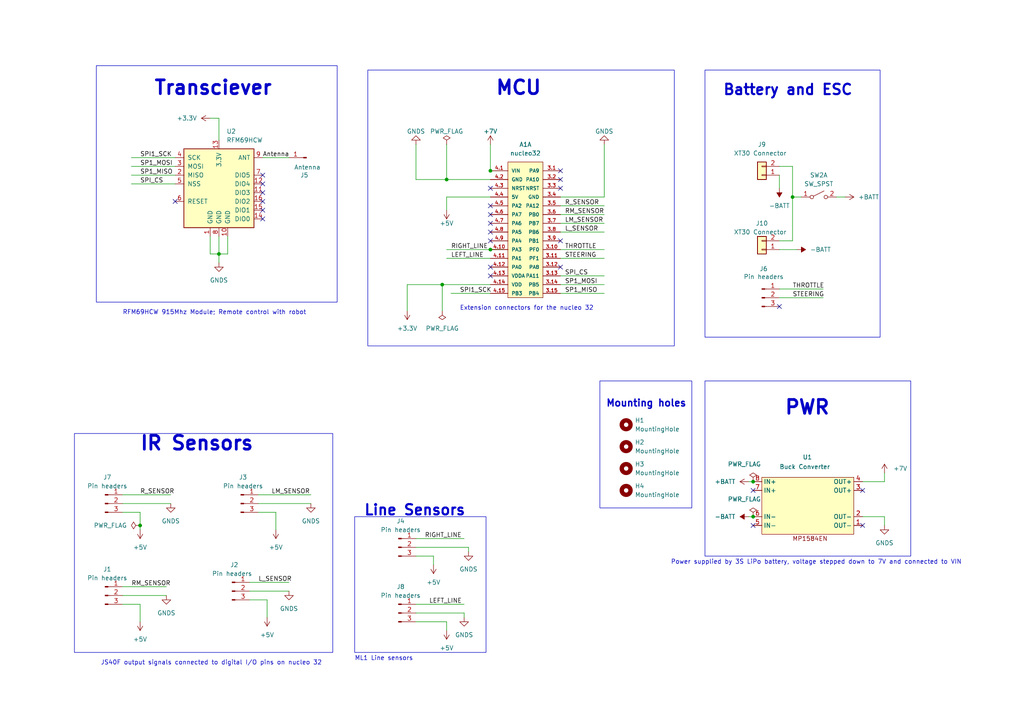
<source format=kicad_sch>
(kicad_sch (version 20231120) (generator "eeschema") (generator_version "8.0")
  (paper "A4")
  (title_block (title "Sumo Robot Controller ") (date "2024-07-04") (rev "2"))
  (lib_symbols
    (symbol "0_sumo_power:+5V" (power) (pin_names (offset 0))
      (property "Value" "+5V" (at 0 3.556 0))
      (symbol "+5V_0_1"
        (polyline (pts (xy -0.762 1.27) (xy 0 2.54)))
        (polyline (pts (xy 0 0) (xy 0 2.54)))
        (polyline (pts (xy 0 2.54) (xy 0.762 1.27)))
      )
      (symbol "+5V_1_1"
        (pin power_in line (at 0 0 90) (length 0) hide (name "+5V") (number "1"))
      )
    )
    (symbol "0_sumo_power:+7V" (power) (pin_names (offset 0))
      (property "Value" "+7V" (at 0 3.556 0))
      (symbol "+7V_0_1"
        (polyline (pts (xy -0.762 1.27) (xy 0 2.54)))
        (polyline (pts (xy 0 0) (xy 0 2.54)))
        (polyline (pts (xy 0 2.54) (xy 0.762 1.27)))
      )
      (symbol "+7V_1_1"
        (pin power_in line (at 0 0 90) (length 0) hide (name "+6V") (number "1"))
      )
    )
    (symbol "0_sumo_power:GNDS" (power) (pin_names (offset 0))
      (property "Value" "GNDS" (at 0 -3.81 0))
      (symbol "GNDS_0_1"
        (polyline (pts (xy 0 0) (xy 0 -1.27) (xy 1.27 -1.27) (xy 0 -2.54) (xy -1.27 -1.27) (xy 0 -1.27)))
      )
      (symbol "GNDS_1_1"
        (pin power_in line (at 0 0 270) (length 0) hide (name "GNDS") (number "1"))
      )
    )
    (symbol "0_sumo_power:PWR_FLAG" (power) (pin_numbers hide) (pin_names (offset 0) hide)
      (property "Value" "PWR_FLAG" (at 0 3.81 0))
      (symbol "PWR_FLAG_0_0"
        (pin power_out line (at 0 0 90) (length 0) (name "pwr") (number "1"))
      )
      (symbol "PWR_FLAG_0_1"
        (polyline (pts (xy 0 0) (xy 0 1.27) (xy -1.016 1.905) (xy 0 2.54) (xy 1.016 1.905) (xy 0 1.27)))
      )
    )
    (symbol "Connector:Conn_01x01_Pin" (pin_names (offset 1.016) hide)
      (property "Reference" "J" (at 0 2.54 0))
      (property "Value" "Conn_01x01_Pin" (at 0 -2.54 0))
      (symbol "Conn_01x01_Pin_1_1"
        (polyline (pts (xy 1.27 0) (xy 0.8636 0)) (stroke (width 0.1524)))
        (rectangle (start 0.8636 0.127) (end 0 -0.127) (stroke (width 0.1524)) (fill (type outline)))
        (pin passive line (at 5.08 0 180) (length 3.81) (name "Pin_1") (number "1"))
      )
    )
    (symbol "Connector:Conn_01x03_Pin" (pin_names (offset 1.016) hide)
      (property "Reference" "J" (at 0 5.08 0))
      (property "Value" "Conn_01x03_Pin" (at 0 -5.08 0))
      (symbol "Conn_01x03_Pin_1_1"
        (polyline (pts (xy 1.27 -2.54) (xy 0.8636 -2.54)) (stroke (width 0.1524)))
        (polyline (pts (xy 1.27 0) (xy 0.8636 0)) (stroke (width 0.1524)))
        (polyline (pts (xy 1.27 2.54) (xy 0.8636 2.54)) (stroke (width 0.1524)))
        (rectangle (start 0.8636 -2.413) (end 0 -2.667) (stroke (width 0.1524)) (fill (type outline)))
        (rectangle (start 0.8636 0.127) (end 0 -0.127) (stroke (width 0.1524)) (fill (type outline)))
        (rectangle (start 0.8636 2.667) (end 0 2.413) (stroke (width 0.1524)) (fill (type outline)))
        (pin passive line (at 5.08 2.54 180) (length 3.81) (name "Pin_1") (number "1"))
        (pin passive line (at 5.08 0 180) (length 3.81) (name "Pin_2") (number "2"))
        (pin passive line (at 5.08 -2.54 180) (length 3.81) (name "Pin_3") (number "3"))
      )
    )
    (symbol "Connector_Generic:Conn_01x02" (pin_names (offset 1.016) hide)
      (property "Reference" "J" (at 0 2.54 0))
      (property "Value" "Conn_01x02" (at 0 -5.08 0))
      (symbol "Conn_01x02_1_1"
        (rectangle (start -1.27 -2.413) (end 0 -2.667) (stroke (width 0.1524)))
        (rectangle (start -1.27 0.127) (end 0 -0.127) (stroke (width 0.1524)))
        (rectangle (start -1.27 1.27) (end 1.27 -3.81) (stroke (width 0.254)) (fill (type background)))
        (pin passive line (at -5.08 0 0) (length 3.81) (name "Pin_1") (number "1"))
        (pin passive line (at -5.08 -2.54 0) (length 3.81) (name "Pin_2") (number "2"))
      )
    )
    (symbol "Mechanical:MountingHole" (pin_names (offset 1.016)) (exclude_from_sim yes) (in_bom no)
      (property "Reference" "H" (at 0 5.08 0))
      (property "Value" "MountingHole" (at 0 3.175 0))
      (symbol "MountingHole_0_1"
        (circle (center 0 0) (radius 1.27) (stroke (width 1.27)))
      )
    )
    (symbol "NUCLEO-F031K6:nucleo32" (pin_names (offset 1.016))
      (property "Reference" "A" (at -0.635 17.145 0))
      (property "Value" "nucleo32" (at -5.715 -22.86 0))
      (symbol "nucleo32_1_0"
        (rectangle (start -5.08 19.05) (end 5.08 -20.32) (stroke (width 0.1524)) (fill (type background)))
        (pin bidirectional line (at 10.16 16.51 180) (length 5.08) (name "PA9") (number "3.1"))
        (pin bidirectional line (at 10.16 -6.35 180) (length 5.08) (name "PF0") (number "3.10"))
        (pin bidirectional line (at 10.16 -8.89 180) (length 5.08) (name "PF1") (number "3.11"))
        (pin bidirectional line (at 10.16 -11.43 180) (length 5.08) (name "PA8") (number "3.12"))
        (pin bidirectional line (at 10.16 -13.97 180) (length 5.08) (name "PA11") (number "3.13"))
        (pin bidirectional line (at 10.16 -16.51 180) (length 5.08) (name "PB5") (number "3.14"))
        (pin bidirectional line (at 10.16 -19.05 180) (length 5.08) (name "PB4") (number "3.15"))
        (pin bidirectional line (at 10.16 13.97 180) (length 5.08) (name "PA10") (number "3.2"))
        (pin bidirectional line (at 10.16 11.43 180) (length 5.08) (name "NRST") (number "3.3"))
        (pin bidirectional line (at 10.16 8.89 180) (length 5.08) (name "GND") (number "3.4"))
        (pin bidirectional line (at 10.16 6.35 180) (length 5.08) (name "PA12") (number "3.5"))
        (pin bidirectional line (at 10.16 3.81 180) (length 5.08) (name "PB0") (number "3.6"))
        (pin bidirectional line (at 10.16 1.27 180) (length 5.08) (name "PB7") (number "3.7"))
        (pin bidirectional line (at 10.16 -1.27 180) (length 5.08) (name "PB6") (number "3.8"))
        (pin bidirectional line (at 10.16 -3.81 180) (length 5.08) (name "PB1") (number "3.9"))
      )
      (symbol "nucleo32_1_1"
        (pin input line (at -10.16 16.51 0) (length 5.08) (name "VIN") (number "4.1"))
        (pin bidirectional line (at -10.16 -6.35 0) (length 5.08) (name "PA3") (number "4.10"))
        (pin bidirectional line (at -10.16 -8.89 0) (length 5.08) (name "PA1") (number "4.11"))
        (pin bidirectional line (at -10.16 -11.43 0) (length 5.08) (name "PA0") (number "4.12"))
        (pin bidirectional line (at -10.16 -13.97 0) (length 5.08) (name "VDDA") (number "4.13"))
        (pin bidirectional line (at -10.16 -16.51 0) (length 5.08) (name "VDD") (number "4.14"))
        (pin bidirectional line (at -10.16 -19.05 0) (length 5.08) (name "PB3") (number "4.15"))
        (pin input line (at -10.16 13.97 0) (length 5.08) (name "GND") (number "4.2"))
        (pin bidirectional line (at -10.16 11.43 0) (length 5.08) (name "NRST") (number "4.3"))
        (pin bidirectional line (at -10.16 8.89 0) (length 5.08) (name "5V") (number "4.4"))
        (pin bidirectional line (at -10.16 6.35 0) (length 5.08) (name "PA2") (number "4.5"))
        (pin bidirectional line (at -10.16 3.81 0) (length 5.08) (name "PA7") (number "4.6"))
        (pin bidirectional line (at -10.16 1.27 0) (length 5.08) (name "PA6") (number "4.7"))
        (pin bidirectional line (at -10.16 -1.27 0) (length 5.08) (name "PA5") (number "4.8"))
        (pin bidirectional line (at -10.16 -3.81 0) (length 5.08) (name "PA4") (number "4.9"))
      )
      (symbol "nucleo32_2_0"
        (rectangle (start -5.08 -20.32) (end 5.08 20.32) (stroke (width 0.1524)) (fill (type background)))
        (pin bidirectional line (at 10.16 17.78 180) (length 5.08) (name "VIN") (number "4.1"))
        (pin bidirectional line (at 10.16 -5.08 180) (length 5.08) (name "PA3") (number "4.10"))
        (pin bidirectional line (at 10.16 -7.62 180) (length 5.08) (name "PA1") (number "4.11"))
        (pin bidirectional line (at 10.16 -10.16 180) (length 5.08) (name "PA0") (number "4.12"))
        (pin bidirectional line (at 10.16 -12.7 180) (length 5.08) (name "AREF") (number "4.13"))
        (pin bidirectional line (at 10.16 -15.24 180) (length 5.08) (name "+3V3") (number "4.14"))
        (pin bidirectional line (at 10.16 -17.78 180) (length 5.08) (name "PB3") (number "4.15"))
        (pin bidirectional line (at 10.16 15.24 180) (length 5.08) (name "GND") (number "4.2"))
        (pin bidirectional line (at 10.16 12.7 180) (length 5.08) (name "NRST") (number "4.3"))
        (pin bidirectional line (at 10.16 10.16 180) (length 5.08) (name "+5V") (number "4.4"))
        (pin bidirectional line (at 10.16 7.62 180) (length 5.08) (name "PA2") (number "4.5"))
        (pin bidirectional line (at 10.16 5.08 180) (length 5.08) (name "PA7") (number "4.6"))
        (pin bidirectional line (at 10.16 2.54 180) (length 5.08) (name "PA6") (number "4.7"))
        (pin bidirectional line (at 10.16 0 180) (length 5.08) (name "PA5") (number "4.8"))
        (pin bidirectional line (at 10.16 -2.54 180) (length 5.08) (name "PA4") (number "4.9"))
      )
    )
    (symbol "RF_Module:RFM69HCW" (pin_names (offset 1.016))
      (property "Reference" "U" (at -10.414 11.684 0))
      (property "Value" "RFM69HCW" (at 1.524 11.43 0))
      (symbol "RFM69HCW_0_1"
        (rectangle (start -10.16 10.16) (end 10.16 -12.7) (stroke (width 0.254)) (fill (type background)))
      )
      (symbol "RFM69HCW_1_1"
        (pin power_in line (at -2.54 -15.24 90) (length 2.54) (name "GND") (number "1"))
        (pin power_in line (at 2.54 -15.24 90) (length 2.54) (name "GND") (number "10"))
        (pin bidirectional line (at 12.7 -2.54 180) (length 2.54) (name "DIO3") (number "11"))
        (pin bidirectional line (at 12.7 0 180) (length 2.54) (name "DIO4") (number "12"))
        (pin power_in line (at 0 12.7 270) (length 2.54) (name "3.3V") (number "13"))
        (pin bidirectional line (at 12.7 -10.16 180) (length 2.54) (name "DIO0") (number "14"))
        (pin bidirectional line (at 12.7 -7.62 180) (length 2.54) (name "DIO1") (number "15"))
        (pin bidirectional line (at 12.7 -5.08 180) (length 2.54) (name "DIO2") (number "16"))
        (pin output line (at -12.7 2.54 0) (length 2.54) (name "MISO") (number "2"))
        (pin input line (at -12.7 5.08 0) (length 2.54) (name "MOSI") (number "3"))
        (pin input line (at -12.7 7.62 0) (length 2.54) (name "SCK") (number "4"))
        (pin input line (at -12.7 0 0) (length 2.54) (name "NSS") (number "5"))
        (pin bidirectional line (at -12.7 -5.08 0) (length 2.54) (name "RESET") (number "6"))
        (pin bidirectional line (at 12.7 2.54 180) (length 2.54) (name "DIO5") (number "7"))
        (pin power_in line (at 0 -15.24 90) (length 2.54) (name "GND") (number "8"))
        (pin bidirectional line (at 12.7 7.62 180) (length 2.54) (name "ANT") (number "9"))
      )
    )
    (symbol "Switch:SW_DPST_x2" (pin_names (offset 0) hide)
      (property "Reference" "SW" (at 0 3.175 0))
      (property "Value" "SW_DPST_x2" (at 0 -2.54 0))
      (symbol "SW_DPST_x2_0_0"
        (circle (center -2.032 0) (radius 0.508))
        (polyline (pts (xy -1.524 0.254) (xy 1.524 1.778)))
        (circle (center 2.032 0) (radius 0.508))
      )
      (symbol "SW_DPST_x2_1_1"
        (pin passive line (at -5.08 0 0) (length 2.54) (name "A") (number "1"))
        (pin passive line (at 5.08 0 180) (length 2.54) (name "B") (number "2"))
      )
      (symbol "SW_DPST_x2_2_1"
        (pin passive line (at -5.08 0 0) (length 2.54) (name "A") (number "3"))
        (pin passive line (at 5.08 0 180) (length 2.54) (name "B") (number "4"))
      )
    )
    (symbol "buck_converter:MP1584EN" (on_board no)
      (property "Reference" "U" (at 0 -1.27 0))
      (symbol "MP1584EN_1_1"
        (rectangle (start -13.97 16.51) (end 12.7 0) (fill (type background)))
        (text "MP1584EN" (at -1.27 17.78 0) (effects (font (size 1.27 1.27))))
        (pin input line (at -16.51 13.97 0) (length 2.54) (name "OUT-") (number "1"))
        (pin input line (at -16.51 11.43 0) (length 2.54) (name "OUT-") (number "2"))
        (pin power_out line (at -16.51 3.81 0) (length 2.54) (name "OUT+") (number "3"))
        (pin power_out line (at -16.51 1.27 0) (length 2.54) (name "OUT+") (number "4"))
        (pin power_in line (at 15.24 13.97 180) (length 2.54) (name "IN-") (number "5"))
        (pin power_in line (at 15.24 11.43 180) (length 2.54) (name "IN-") (number "6"))
        (pin power_in line (at 15.24 3.81 180) (length 2.54) (name "IN+") (number "7"))
        (pin power_in line (at 15.24 1.27 180) (length 2.54) (name "IN+") (number "8"))
      )
    )
    (symbol "power:+3.3V" (power) (pin_names (offset 0))
      (property "Value" "+3.3V" (at 0 3.556 0))
      (symbol "+3.3V_0_1"
        (polyline (pts (xy -0.762 1.27) (xy 0 2.54)))
        (polyline (pts (xy 0 0) (xy 0 2.54)))
        (polyline (pts (xy 0 2.54) (xy 0.762 1.27)))
      )
      (symbol "+3.3V_1_1"
        (pin power_in line (at 0 0 90) (length 0) hide (name "+3.3V") (number "1"))
      )
    )
    (symbol "power:+5V" (power) (pin_names (offset 0))
      (property "Value" "+5V" (at 0 3.556 0))
      (symbol "+5V_0_1"
        (polyline (pts (xy -0.762 1.27) (xy 0 2.54)))
        (polyline (pts (xy 0 0) (xy 0 2.54)))
        (polyline (pts (xy 0 2.54) (xy 0.762 1.27)))
      )
      (symbol "+5V_1_1"
        (pin power_in line (at 0 0 90) (length 0) hide (name "+5V") (number "1"))
      )
    )
    (symbol "power:+BATT" (power) (pin_names (offset 0))
      (property "Value" "+BATT" (at 0 3.556 0))
      (symbol "+BATT_0_1"
        (polyline (pts (xy -0.762 1.27) (xy 0 2.54)))
        (polyline (pts (xy 0 0) (xy 0 2.54)))
        (polyline (pts (xy 0 2.54) (xy 0.762 1.27)))
      )
      (symbol "+BATT_1_1"
        (pin power_in line (at 0 0 90) (length 0) hide (name "+BATT") (number "1"))
      )
    )
    (symbol "power:-BATT" (power) (pin_names (offset 0))
      (property "Value" "-BATT" (at 0 3.556 0))
      (symbol "-BATT_0_1"
        (polyline (pts (xy 0 0) (xy 0 2.54)))
        (polyline (pts (xy 0.762 1.27) (xy -0.762 1.27) (xy 0 2.54) (xy 0.762 1.27)) (fill (type outline)))
      )
      (symbol "-BATT_1_1"
        (pin power_in line (at 0 0 90) (length 0) hide (name "-BATT") (number "1"))
      )
    )
    (symbol "power:GNDS" (power) (pin_names (offset 0))
      (property "Value" "GNDS" (at 0 -3.81 0))
      (symbol "GNDS_0_1"
        (polyline (pts (xy 0 0) (xy 0 -1.27) (xy 1.27 -1.27) (xy 0 -2.54) (xy -1.27 -1.27) (xy 0 -1.27)))
      )
      (symbol "GNDS_1_1"
        (pin power_in line (at 0 0 270) (length 0) hide (name "GNDS") (number "1"))
      )
    )
    (symbol "power:PWR_FLAG" (power) (pin_numbers hide) (pin_names (offset 0) hide)
      (property "Value" "PWR_FLAG" (at 0 3.81 0))
      (symbol "PWR_FLAG_0_0"
        (pin power_out line (at 0 0 90) (length 0) (name "pwr") (number "1"))
      )
      (symbol "PWR_FLAG_0_1"
        (polyline (pts (xy 0 0) (xy 0 1.27) (xy -1.016 1.905) (xy 0 2.54) (xy 1.016 1.905) (xy 0 1.27)))
      )
    )
  )
  (junction (at 218.44 149.86))
  (junction (at 128.27 82.55))
  (junction (at 229.87 57.15))
  (junction (at 40.64 152.4))
  (junction (at 218.44 139.7))
  (junction (at 63.5 73.66))
  (junction (at 129.54 52.07))
  (junction (at 142.24 49.53))
  (junction (at 142.24 72.39))
  (no_connect (at 226.06 88.9))
  (no_connect (at 142.24 64.77))
  (no_connect (at 250.19 142.24))
  (no_connect (at 218.44 152.4))
  (no_connect (at 142.24 62.23))
  (no_connect (at 76.2 55.88))
  (no_connect (at 76.2 50.8))
  (no_connect (at 142.24 67.31))
  (no_connect (at 162.56 49.53))
  (no_connect (at 76.2 58.42))
  (no_connect (at 142.24 69.85))
  (no_connect (at 50.8 58.42))
  (no_connect (at 76.2 63.5))
  (no_connect (at 142.24 54.61))
  (no_connect (at 162.56 54.61))
  (no_connect (at 142.24 77.47))
  (no_connect (at 162.56 77.47))
  (no_connect (at 218.44 142.24))
  (no_connect (at 142.24 59.69))
  (no_connect (at 142.24 80.01))
  (no_connect (at 162.56 69.85))
  (no_connect (at 76.2 53.34))
  (no_connect (at 162.56 52.07))
  (no_connect (at 76.2 60.96))
  (no_connect (at 250.19 152.4))
  (wire (pts (xy 63.5 76.2) (xy 63.5 73.66)))
  (wire (pts (xy 129.54 57.15) (xy 142.24 57.15)))
  (wire (pts (xy 129.54 180.34) (xy 129.54 182.88)))
  (wire (pts (xy 217.17 149.86) (xy 218.44 149.86)))
  (wire (pts (xy 217.17 139.7) (xy 218.44 139.7)))
  (wire (pts (xy 162.56 62.23) (xy 175.26 62.23)))
  (wire (pts (xy 76.2 45.72) (xy 83.82 45.72)))
  (wire (pts (xy 242.57 57.15) (xy 245.11 57.15)))
  (wire (pts (xy 35.56 143.51) (xy 49.53 143.51)))
  (wire (pts (xy 162.56 85.09) (xy 175.26 85.09)))
  (wire (pts (xy 229.87 48.26) (xy 229.87 57.15)))
  (wire (pts (xy 146.05 72.39) (xy 142.24 72.39)))
  (wire (pts (xy 175.26 41.91) (xy 175.26 57.15)))
  (wire (pts (xy 162.56 64.77) (xy 175.26 64.77)))
  (wire (pts (xy 162.56 74.93) (xy 175.26 74.93)))
  (wire (pts (xy 118.11 82.55) (xy 128.27 82.55)))
  (wire (pts (xy 120.65 161.29) (xy 125.73 161.29)))
  (wire (pts (xy 229.87 57.15) (xy 232.41 57.15)))
  (wire (pts (xy 118.11 82.55) (xy 118.11 90.17)))
  (wire (pts (xy 120.65 180.34) (xy 129.54 180.34)))
  (wire (pts (xy 144.78 49.53) (xy 142.24 49.53)))
  (wire (pts (xy 120.65 177.8) (xy 134.62 177.8)))
  (wire (pts (xy 35.56 170.18) (xy 48.26 170.18)))
  (wire (pts (xy 162.56 59.69) (xy 175.26 59.69)))
  (wire (pts (xy 120.65 41.91) (xy 120.65 52.07)))
  (wire (pts (xy 120.65 158.75) (xy 135.89 158.75)))
  (wire (pts (xy 72.39 171.45) (xy 83.82 171.45)))
  (wire (pts (xy 250.19 139.7) (xy 256.54 139.7)))
  (wire (pts (xy 250.19 149.86) (xy 256.54 149.86)))
  (wire (pts (xy 38.1 50.8) (xy 50.8 50.8)))
  (wire (pts (xy 40.64 152.4) (xy 40.64 153.67)))
  (wire (pts (xy 162.56 57.15) (xy 175.26 57.15)))
  (wire (pts (xy 60.96 73.66) (xy 63.5 73.66)))
  (wire (pts (xy 74.93 148.59) (xy 80.01 148.59)))
  (wire (pts (xy 38.1 48.26) (xy 50.8 48.26)))
  (wire (pts (xy 231.14 72.39) (xy 226.06 72.39)))
  (wire (pts (xy 229.87 69.85) (xy 229.87 57.15)))
  (wire (pts (xy 38.1 53.34) (xy 50.8 53.34)))
  (wire (pts (xy 125.73 161.29) (xy 125.73 163.83)))
  (wire (pts (xy 120.65 175.26) (xy 134.62 175.26)))
  (wire (pts (xy 35.56 172.72) (xy 48.26 172.72)))
  (wire (pts (xy 129.54 52.07) (xy 142.24 52.07)))
  (wire (pts (xy 130.81 85.09) (xy 142.24 85.09)))
  (wire (pts (xy 226.06 86.36) (xy 238.76 86.36)))
  (wire (pts (xy 129.54 74.93) (xy 142.24 74.93)))
  (wire (pts (xy 74.93 146.05) (xy 90.17 146.05)))
  (wire (pts (xy 63.5 68.58) (xy 63.5 73.66)))
  (wire (pts (xy 63.5 40.64) (xy 63.5 34.29)))
  (wire (pts (xy 80.01 148.59) (xy 80.01 153.67)))
  (wire (pts (xy 142.24 49.53) (xy 142.24 41.91)))
  (wire (pts (xy 134.62 179.07) (xy 134.62 177.8)))
  (wire (pts (xy 120.65 52.07) (xy 129.54 52.07)))
  (wire (pts (xy 35.56 148.59) (xy 40.64 148.59)))
  (wire (pts (xy 162.56 72.39) (xy 175.26 72.39)))
  (wire (pts (xy 60.96 34.29) (xy 63.5 34.29)))
  (wire (pts (xy 35.56 146.05) (xy 49.53 146.05)))
  (wire (pts (xy 129.54 72.39) (xy 142.24 72.39)))
  (wire (pts (xy 162.56 67.31) (xy 175.26 67.31)))
  (wire (pts (xy 226.06 69.85) (xy 229.87 69.85)))
  (wire (pts (xy 162.56 82.55) (xy 175.26 82.55)))
  (wire (pts (xy 66.04 73.66) (xy 63.5 73.66)))
  (wire (pts (xy 135.89 158.75) (xy 135.89 160.02)))
  (wire (pts (xy 129.54 41.91) (xy 129.54 52.07)))
  (wire (pts (xy 40.64 148.59) (xy 40.64 152.4)))
  (wire (pts (xy 120.65 156.21) (xy 134.62 156.21)))
  (wire (pts (xy 40.64 175.26) (xy 40.64 180.34)))
  (wire (pts (xy 72.39 173.99) (xy 77.47 173.99)))
  (wire (pts (xy 226.06 83.82) (xy 238.76 83.82)))
  (wire (pts (xy 229.87 48.26) (xy 226.06 48.26)))
  (wire (pts (xy 72.39 168.91) (xy 83.82 168.91)))
  (wire (pts (xy 77.47 173.99) (xy 77.47 179.07)))
  (wire (pts (xy 129.54 57.15) (xy 129.54 60.96)))
  (wire (pts (xy 35.56 175.26) (xy 40.64 175.26)))
  (wire (pts (xy 256.54 152.4) (xy 256.54 149.86)))
  (wire (pts (xy 60.96 68.58) (xy 60.96 73.66)))
  (wire (pts (xy 128.27 82.55) (xy 128.27 90.17)))
  (wire (pts (xy 38.1 45.72) (xy 50.8 45.72)))
  (wire (pts (xy 128.27 82.55) (xy 142.24 82.55)))
  (wire (pts (xy 256.54 137.16) (xy 256.54 139.7)))
  (wire (pts (xy 162.56 80.01) (xy 175.26 80.01)))
  (wire (pts (xy 74.93 143.51) (xy 90.17 143.51)))
  (wire (pts (xy 226.06 50.8) (xy 226.06 54.61)))
  (wire (pts (xy 66.04 68.58) (xy 66.04 73.66)))
  (rectangle (start 106.68 20.32) (end 195.58 100.33))
  (rectangle (start 173.99 110.49) (end 200.66 147.32))
  (rectangle (start 204.47 20.32) (end 255.27 97.79))
  (rectangle (start 204.47 110.49) (end 264.16 161.29))
  (rectangle (start 21.59 125.73) (end 96.52 189.23))
  (rectangle (start 102.87 149.86) (end 140.97 189.23))
  (rectangle (start 27.94 19.05) (end 97.79 87.63))
  (text "RFM69HCW 915Mhz Module; Remote control with robot" (at 35.56 91.44 0) (effects (font (size 1.27 1.27)) (justify left bottom)))
  (text "JS40F output signals connected to digital I/O pins on nucleo 32\n" (at 29.21 193.04 0) (effects (font (size 1.27 1.27)) (justify left bottom)))
  (text "Extension connectors for the nucleo 32" (at 133.35 90.17 0) (effects (font (size 1.27 1.27)) (justify left bottom)))
  (text "MCU" (at 143.51 27.94 0) (effects (font (size 4 4) (thickness 0.8) (bold yes)) (justify left bottom)))
  (text "ML1 Line sensors " (at 102.87 191.77 0) (effects (font (size 1.27 1.27)) (justify left bottom)))
  (text "Line Sensors\n" (at 105.41 149.86 0) (effects (font (size 3 3) (bold yes)) (justify left bottom)))
  (text "Battery and ESC" (at 209.55 27.94 0) (effects (font (size 3 3) (thickness 0.6) (bold yes)) (justify left bottom)))
  (text "Power supplied by 3S LiPo battery, voltage stepped down to 7V and connected to VIN " (at 194.564 163.83 0) (effects (font (size 1.27 1.27)) (justify left bottom)))
  (text "Transciever" (at 44.45 27.94 0) (effects (font (size 4 4) (thickness 0.8) (bold yes)) (justify left bottom)))
  (text "IR Sensors" (at 40.386 131.064 0) (effects (font (size 4 4) (bold yes)) (justify left bottom)))
  (text "Mounting holes\n" (at 187.452 117.094 0) (effects (font (size 2 2) (thickness 0.4) (bold yes))))
  (text "PWR \n" (at 227.33 120.65 0) (effects (font (size 4 4) (thickness 0.8) (bold yes)) (justify left bottom)))
  (label "R_SENSOR" (at 163.83 59.69 0))
  (label "THROTTLE" (at 163.83 72.39 0))
  (label "LEFT_LINE" (at 124.46 175.26 0))
  (label "RM_SENSOR" (at 163.83 62.23 0))
  (label "LEFT_LINE" (at 130.81 74.93 0))
  (label "L_SENSOR" (at 163.83 67.31 0))
  (label "Antenna" (at 76.2 45.72 0))
  (label "SP1_MISO" (at 40.64 50.8 0))
  (label "SPI_CS " (at 163.83 80.01 0))
  (label "SPI1_SCK" (at 133.35 85.09 0))
  (label "L_SENSOR" (at 74.93 168.91 0))
  (label "RIGHT_LINE" (at 130.81 72.39 0))
  (label "SP1_MOSI" (at 163.83 82.55 0))
  (label "SP1_MOSI" (at 40.64 48.26 0))
  (label "STEERING" (at 163.83 74.93 0))
  (label "RM_SENSOR" (at 38.1 170.18 0))
  (label "LM_SENSOR" (at 78.74 143.51 0))
  (label "SP1_MISO" (at 163.83 85.09 0))
  (label "SPI1_SCK" (at 40.64 45.72 0))
  (label "R_SENSOR" (at 40.64 143.51 0))
  (label "STEERING" (at 229.87 86.36 0))
  (label "SPI_CS " (at 40.64 53.34 0))
  (label "RIGHT_LINE" (at 123.19 156.21 0))
  (label "THROTTLE" (at 229.87 83.82 0))
  (label "LM_SENSOR" (at 163.83 64.77 0))
  (symbol (lib_id "0_sumo_power:+5V") (at 129.54 60.96 180) (unit 1)
    (property "Reference" "#PWR08" (effects (hide yes)))
    (property "Value" "+5V" (at 129.54 64.77 0))
  )
  (symbol (lib_id "power:PWR_FLAG") (at 40.64 152.4 90) (unit 1)
    (property "Reference" "#FLG04" (effects (hide yes)))
    (property "Value" "PWR_FLAG" (at 36.83 152.4 90) (effects (justify left)))
  )
  (symbol (lib_id "0_sumo_power:PWR_FLAG") (at 128.27 90.17 180) (unit 1)
    (property "Reference" "#FLG05" (effects (hide yes)))
    (property "Value" "PWR_FLAG" (at 128.27 95.25 0))
  )
  (symbol (lib_id "Connector:Conn_01x03_Pin") (at 69.85 146.05 0) (unit 1)
    (property "Reference" "J3" (at 70.485 138.43 0))
    (property "Value" "Pin headers" (at 70.485 140.97 0))
    (property "Footprint" "Connector_PinHeader_2.54mm:PinHeader_1x03_P2.54mm_Vertical" (effects (hide yes)))
  )
  (symbol (lib_id "Connector:Conn_01x01_Pin") (at 88.9 45.72 180) (unit 1)
    (property "Reference" "J5" (at 88.265 50.8 0))
    (property "Value" "Antenna" (at 89.154 48.514 0))
    (property "Footprint" "Connector_Wire:SolderWire-0.1sqmm_1x01_D0.4mm_OD1mm" (effects (hide yes)))
    (property "Description" "Generic connector, single row, 01x01, script generated" (effects (hide yes)))
  )
  (symbol (lib_id "0_sumo_power:GNDS") (at 49.53 146.05 0) (unit 1)
    (property "Reference" "#PWR016" (effects (hide yes)))
    (property "Value" "GNDS" (at 49.53 151.13 0))
  )
  (symbol (lib_id "Mechanical:MountingHole") (at 181.61 135.89 0) (unit 1) (exclude_from_sim yes) (in_bom no)
    (property "Reference" "H3" (at 184.15 134.6199 0) (effects (justify left)))
    (property "Value" "MountingHole" (at 184.15 137.1599 0) (effects (justify left)))
    (property "Footprint" "MountingHole:MountingHole_2.2mm_M2" (effects (hide yes)))
    (property "Description" "Mounting Hole without connection" (effects (hide yes)))
  )
  (symbol (lib_id "0_sumo_power:GNDS") (at 48.26 172.72 0) (unit 1)
    (property "Reference" "#PWR018" (effects (hide yes)))
    (property "Value" "GNDS" (at 48.26 177.8 0))
  )
  (symbol (lib_id "Mechanical:MountingHole") (at 181.61 129.54 0) (unit 1) (exclude_from_sim yes) (in_bom no)
    (property "Reference" "H2" (at 184.15 128.2699 0) (effects (justify left)))
    (property "Value" "MountingHole" (at 184.15 130.8099 0) (effects (justify left)))
    (property "Footprint" "MountingHole:MountingHole_2.2mm_M2" (effects (hide yes)))
    (property "Description" "Mounting Hole without connection" (effects (hide yes)))
  )
  (symbol (lib_id "0_sumo_power:GNDS") (at 83.82 171.45 0) (unit 1)
    (property "Reference" "#PWR020" (effects (hide yes)))
    (property "Value" "GNDS" (at 83.82 176.53 0))
  )
  (symbol (lib_id "Connector_Generic:Conn_01x02") (at 220.98 50.8 180) (unit 1)
    (property "Reference" "J9" (at 220.98 41.91 0))
    (property "Value" "XT30 Connector " (at 220.98 44.45 0))
    (property "Footprint" "Connector_AMASS:AMASS_XT30PW-M_1x02_P2.50mm_Horizontal" (effects (hide yes)))
    (property "Description" "Generic connector, single row, 01x02, script generated (kicad-library-utils/schlib/autogen/connector/)" (effects (hide yes)))
  )
  (symbol (lib_id "power:+5V") (at 125.73 163.83 180) (unit 1)
    (property "Reference" "#PWR07" (effects (hide yes)))
    (property "Value" "+5V" (at 125.73 168.91 0))
  )
  (symbol (lib_id "Mechanical:MountingHole") (at 181.61 142.24 0) (unit 1) (exclude_from_sim yes) (in_bom no)
    (property "Reference" "H4" (at 184.15 140.9699 0) (effects (justify left)))
    (property "Value" "MountingHole" (at 184.15 143.5099 0) (effects (justify left)))
    (property "Footprint" "MountingHole:MountingHole_2.2mm_M2" (effects (hide yes)))
    (property "Description" "Mounting Hole without connection" (effects (hide yes)))
  )
  (symbol (lib_id "power:+3.3V") (at 60.96 34.29 90) (unit 1)
    (property "Reference" "#PWR09" (effects (hide yes)))
    (property "Value" "+3.3V" (at 57.15 34.29 90) (effects (justify left)))
  )
  (symbol (lib_id "power:PWR_FLAG") (at 218.44 139.7 0) (unit 1)
    (property "Reference" "#FLG01" (effects (hide yes)))
    (property "Value" "PWR_FLAG" (at 215.9 134.62 0))
  )
  (symbol (lib_id "0_sumo_power:+7V") (at 142.24 41.91 0) (unit 1)
    (property "Reference" "#PWR012" (effects (hide yes)))
    (property "Value" "+7V" (at 142.24 38.1 0))
  )
  (symbol (lib_id "0_sumo_power:GNDS") (at 135.89 160.02 0) (unit 1)
    (property "Reference" "#PWR06" (effects (hide yes)))
    (property "Value" "GNDS" (at 135.89 165.1 0))
  )
  (symbol (lib_id "Connector:Conn_01x03_Pin") (at 220.98 86.36 0) (unit 1)
    (property "Reference" "J6" (at 221.488 77.978 0))
    (property "Value" "Pin headers" (at 221.488 80.264 0))
    (property "Footprint" "Connector_PinHeader_2.54mm:PinHeader_1x03_P2.54mm_Vertical" (effects (hide yes)))
  )
  (symbol (lib_id "power:PWR_FLAG") (at 218.44 149.86 0) (unit 1)
    (property "Reference" "#FLG02" (effects (hide yes)))
    (property "Value" "PWR_FLAG" (at 215.9 144.78 0))
  )
  (symbol (lib_id "power:+5V") (at 80.01 153.67 180) (unit 1)
    (property "Reference" "#PWR021" (effects (hide yes)))
    (property "Value" "+5V" (at 80.01 158.75 0))
  )
  (symbol (lib_id "RF_Module:RFM69HCW") (at 63.5 53.34 0) (unit 1)
    (property "Reference" "U2" (at 65.6941 38.1 0) (effects (justify left)))
    (property "Value" "RFM69HCW" (at 65.6941 40.64 0) (effects (justify left)))
    (property "Footprint" "RF_Module:HOPERF_RFM69HW" (effects (hide yes)))
    (property "Datasheet" "https://www.hoperf.com/data/upload/portal/20181127/5bfcb8284d838.pdf" (effects (hide yes)))
  )
  (symbol (lib_id "power:-BATT") (at 231.14 72.39 270) (unit 1)
    (property "Reference" "#PWR027" (effects (hide yes)))
    (property "Value" "-BATT" (at 234.95 72.3899 90) (effects (justify left)))
  )
  (symbol (lib_id "NUCLEO-F031K6:nucleo32") (at 152.4 66.04 0) (unit 1)
    (property "Reference" "A1" (at 152.4 41.91 0))
    (property "Value" "nucleo32" (at 152.4 44.45 0))
    (property "Footprint" "NUCLEO-F031K6:nucleo32" (effects (hide yes)))
    (property "MANUFACTURER" "ST Microelectronics" (effects (hide yes)))
    (property "PARTREV" "3" (effects (hide yes)))
  )
  (symbol (lib_id "power:+BATT") (at 217.17 139.7 90) (unit 1)
    (property "Reference" "#PWR01" (effects (hide yes)))
    (property "Value" "+BATT" (at 213.36 139.7 90) (effects (justify left)))
  )
  (symbol (lib_id "power:+5V") (at 77.47 179.07 180) (unit 1)
    (property "Reference" "#PWR019" (effects (hide yes)))
    (property "Value" "+5V" (at 77.47 184.15 0))
  )
  (symbol (lib_id "Connector_Generic:Conn_01x02") (at 220.98 72.39 180) (unit 1)
    (property "Reference" "J10" (at 220.98 64.77 0))
    (property "Value" "XT30 Connector " (at 220.98 67.31 0))
    (property "Footprint" "Connector_AMASS:AMASS_XT30PW-M_1x02_P2.50mm_Horizontal" (effects (hide yes)))
    (property "Description" "Generic connector, single row, 01x02, script generated (kicad-library-utils/schlib/autogen/connector/)" (effects (hide yes)))
  )
  (symbol (lib_id "Connector:Conn_01x03_Pin") (at 67.31 171.45 0) (unit 1)
    (property "Reference" "J2" (at 67.945 163.83 0))
    (property "Value" "Pin headers" (at 67.31 166.37 0))
    (property "Footprint" "Connector_PinHeader_2.54mm:PinHeader_1x03_P2.54mm_Vertical" (effects (hide yes)))
  )
  (symbol (lib_id "buck_converter:MP1584EN") (at 233.68 138.43 180) (unit 1)
    (property "Reference" "U1" (at 234.188 132.588 0))
    (property "Value" "Buck Converter" (at 233.426 135.382 0))
    (property "Footprint" "Buck Converter:Buck Converter" (effects (hide yes)))
  )
  (symbol (lib_id "Connector:Conn_01x03_Pin") (at 30.48 172.72 0) (unit 1)
    (property "Reference" "J1" (at 31.115 165.1 0))
    (property "Value" "Pin headers" (at 31.115 167.64 0))
    (property "Footprint" "Connector_PinHeader_2.54mm:PinHeader_1x03_P2.54mm_Vertical" (effects (hide yes)))
  )
  (symbol (lib_id "0_sumo_power:GNDS") (at 134.62 179.07 0) (unit 1)
    (property "Reference" "#PWR05" (effects (hide yes)))
    (property "Value" "GNDS" (at 134.62 184.15 0))
  )
  (symbol (lib_id "power:+5V") (at 40.64 153.67 180) (unit 1)
    (property "Reference" "#PWR015" (effects (hide yes)))
    (property "Value" "+5V" (at 40.64 158.75 0))
  )
  (symbol (lib_id "power:-BATT") (at 217.17 149.86 90) (unit 1)
    (property "Reference" "#PWR03" (effects (hide yes)))
    (property "Value" "-BATT" (at 213.36 149.86 90) (effects (justify left)))
  )
  (symbol (lib_id "power:GNDS") (at 63.5 76.2 0) (unit 1)
    (property "Reference" "#PWR010" (effects (hide yes)))
    (property "Value" "GNDS" (at 63.5 81.28 0))
  )
  (symbol (lib_id "Switch:SW_DPST_x2") (at 237.49 57.15 0) (unit 1)
    (property "Reference" "SW2" (at 237.49 50.8 0))
    (property "Value" "SW_SPST" (at 237.49 53.34 0))
    (property "Footprint" "GH36P010001:GH36P010001_APM" (effects (hide yes)))
    (property "Description" "Single Pole Single Throw (SPST) switch, separate symbol" (effects (hide yes)))
  )
  (symbol (lib_id "power:+5V") (at 40.64 180.34 180) (unit 1)
    (property "Reference" "#PWR017" (effects (hide yes)))
    (property "Value" "+5V" (at 40.64 185.42 0))
  )
  (symbol (lib_id "Mechanical:MountingHole") (at 181.61 123.19 0) (unit 1) (exclude_from_sim yes) (in_bom no)
    (property "Reference" "H1" (at 184.15 121.9199 0) (effects (justify left)))
    (property "Value" "MountingHole" (at 184.15 124.4599 0) (effects (justify left)))
    (property "Footprint" "MountingHole:MountingHole_2.2mm_M2" (effects (hide yes)))
    (property "Description" "Mounting Hole without connection" (effects (hide yes)))
  )
  (symbol (lib_id "0_sumo_power:+7V") (at 256.54 137.16 0) (unit 1)
    (property "Reference" "#PWR011" (effects (hide yes)))
    (property "Value" "+7V" (at 259.08 135.8899 0) (effects (justify left)))
  )
  (symbol (lib_id "0_sumo_power:GNDS") (at 175.26 41.91 180) (unit 1)
    (property "Reference" "#PWR023" (effects (hide yes)))
    (property "Value" "GNDS" (at 175.26 38.1 0))
  )
  (symbol (lib_id "power:+5V") (at 129.54 182.88 180) (unit 1)
    (property "Reference" "#PWR04" (effects (hide yes)))
    (property "Value" "+5V" (at 129.54 187.96 0))
  )
  (symbol (lib_id "Connector:Conn_01x03_Pin") (at 115.57 177.8 0) (unit 1)
    (property "Reference" "J8" (at 116.205 170.18 0))
    (property "Value" "Pin headers" (at 116.205 172.72 0))
    (property "Footprint" "Connector_PinHeader_2.54mm:PinHeader_1x03_P2.54mm_Vertical" (effects (hide yes)))
  )
  (symbol (lib_id "0_sumo_power:GNDS") (at 120.65 41.91 180) (unit 1)
    (property "Reference" "#PWR013" (effects (hide yes)))
    (property "Value" "GNDS" (at 120.65 38.1 0))
  )
  (symbol (lib_id "power:-BATT") (at 226.06 54.61 180) (unit 1)
    (property "Reference" "#PWR024" (effects (hide yes)))
    (property "Value" "-BATT" (at 226.06 59.69 0))
  )
  (symbol (lib_id "0_sumo_power:GNDS") (at 256.54 152.4 0) (unit 1)
    (property "Reference" "#PWR02" (effects (hide yes)))
    (property "Value" "GNDS" (at 256.54 157.48 0))
  )
  (symbol (lib_id "power:+3.3V") (at 118.11 90.17 180) (unit 1)
    (property "Reference" "#PWR014" (effects (hide yes)))
    (property "Value" "+3.3V" (at 118.11 95.25 0))
  )
  (symbol (lib_id "Connector:Conn_01x03_Pin") (at 115.57 158.75 0) (unit 1)
    (property "Reference" "J4" (at 116.205 151.13 0))
    (property "Value" "Pin headers" (at 116.205 153.67 0))
    (property "Footprint" "Connector_PinHeader_2.54mm:PinHeader_1x03_P2.54mm_Vertical" (effects (hide yes)))
  )
  (symbol (lib_id "power:+BATT") (at 245.11 57.15 270) (unit 1)
    (property "Reference" "#PWR026" (effects (hide yes)))
    (property "Value" "+BATT" (at 248.92 57.1499 90) (effects (justify left)))
  )
  (symbol (lib_id "power:PWR_FLAG") (at 129.54 41.91 0) (unit 1)
    (property "Reference" "#FLG03" (effects (hide yes)))
    (property "Value" "PWR_FLAG" (at 129.54 38.1 0))
  )
  (symbol (lib_id "0_sumo_power:GNDS") (at 90.17 146.05 0) (unit 1)
    (property "Reference" "#PWR022" (effects (hide yes)))
    (property "Value" "GNDS" (at 90.17 151.13 0))
  )
  (symbol (lib_id "Connector:Conn_01x03_Pin") (at 30.48 146.05 0) (unit 1)
    (property "Reference" "J7" (at 31.115 138.43 0))
    (property "Value" "Pin headers" (at 31.115 140.97 0))
    (property "Footprint" "Connector_PinHeader_2.54mm:PinHeader_1x03_P2.54mm_Vertical" (effects (hide yes)))
  )
)
</source>
